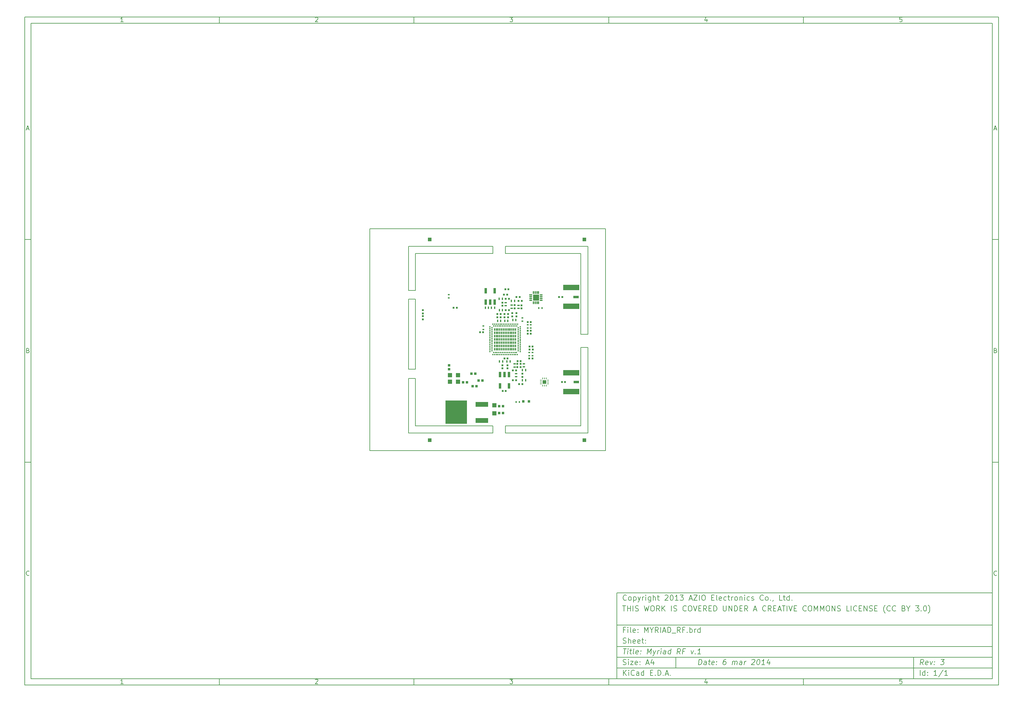
<source format=gtp>
G04 (created by PCBNEW (2013-05-31 BZR 4019)-stable) date 06/03/2014 18:54:47*
%MOIN*%
G04 Gerber Fmt 3.4, Leading zero omitted, Abs format*
%FSLAX34Y34*%
G01*
G70*
G90*
G04 APERTURE LIST*
%ADD10C,0.00590551*%
%ADD11C,0.0077*%
%ADD12R,0.0392X0.0392*%
%ADD13R,0.0472X0.051*%
%ADD14R,0.051X0.0472*%
%ADD15R,0.0195X0.0175*%
%ADD16R,0.0175X0.0195*%
%ADD17R,0.0259X0.014*%
%ADD18R,0.014X0.0259*%
%ADD19R,0.0275X0.0314*%
%ADD20R,0.0314X0.0275*%
%ADD21R,0.0195X0.0195*%
%ADD22R,0.1417X0.055*%
%ADD23R,0.244X0.2598*%
%ADD24R,0.0314X0.0314*%
%ADD25R,0.1849X0.0589*%
%ADD26R,0.0589X0.0275*%
%ADD27R,0.0299X0.0649*%
%ADD28R,0.0669X0.0669*%
%ADD29O,0.0117X0.0335*%
%ADD30O,0.0122X0.0335*%
%ADD31O,0.0118X0.0335*%
%ADD32O,0.0335X0.0118*%
%ADD33R,0.0335X0.0118*%
%ADD34O,0.0335X0.0122*%
%ADD35R,0.0117X0.0275*%
%ADD36R,0.0117X0.0117*%
%ADD37R,0.0117X0.0177*%
%ADD38R,0.0177X0.0117*%
%ADD39R,0.00984252X0.0216535*%
%ADD40R,0.0216535X0.00984252*%
%ADD41R,0.0433071X0.0433071*%
G04 APERTURE END LIST*
G54D10*
X4000Y-4000D02*
X112930Y-4000D01*
X112930Y-78680D01*
X4000Y-78680D01*
X4000Y-4000D01*
X4700Y-4700D02*
X112230Y-4700D01*
X112230Y-77980D01*
X4700Y-77980D01*
X4700Y-4700D01*
X25780Y-4000D02*
X25780Y-4700D01*
X15032Y-4552D02*
X14747Y-4552D01*
X14890Y-4552D02*
X14890Y-4052D01*
X14842Y-4123D01*
X14794Y-4171D01*
X14747Y-4195D01*
X25780Y-78680D02*
X25780Y-77980D01*
X15032Y-78532D02*
X14747Y-78532D01*
X14890Y-78532D02*
X14890Y-78032D01*
X14842Y-78103D01*
X14794Y-78151D01*
X14747Y-78175D01*
X47560Y-4000D02*
X47560Y-4700D01*
X36527Y-4100D02*
X36550Y-4076D01*
X36598Y-4052D01*
X36717Y-4052D01*
X36765Y-4076D01*
X36789Y-4100D01*
X36812Y-4147D01*
X36812Y-4195D01*
X36789Y-4266D01*
X36503Y-4552D01*
X36812Y-4552D01*
X47560Y-78680D02*
X47560Y-77980D01*
X36527Y-78080D02*
X36550Y-78056D01*
X36598Y-78032D01*
X36717Y-78032D01*
X36765Y-78056D01*
X36789Y-78080D01*
X36812Y-78127D01*
X36812Y-78175D01*
X36789Y-78246D01*
X36503Y-78532D01*
X36812Y-78532D01*
X69340Y-4000D02*
X69340Y-4700D01*
X58283Y-4052D02*
X58592Y-4052D01*
X58426Y-4242D01*
X58497Y-4242D01*
X58545Y-4266D01*
X58569Y-4290D01*
X58592Y-4338D01*
X58592Y-4457D01*
X58569Y-4504D01*
X58545Y-4528D01*
X58497Y-4552D01*
X58354Y-4552D01*
X58307Y-4528D01*
X58283Y-4504D01*
X69340Y-78680D02*
X69340Y-77980D01*
X58283Y-78032D02*
X58592Y-78032D01*
X58426Y-78222D01*
X58497Y-78222D01*
X58545Y-78246D01*
X58569Y-78270D01*
X58592Y-78318D01*
X58592Y-78437D01*
X58569Y-78484D01*
X58545Y-78508D01*
X58497Y-78532D01*
X58354Y-78532D01*
X58307Y-78508D01*
X58283Y-78484D01*
X91120Y-4000D02*
X91120Y-4700D01*
X80325Y-4219D02*
X80325Y-4552D01*
X80206Y-4028D02*
X80087Y-4385D01*
X80396Y-4385D01*
X91120Y-78680D02*
X91120Y-77980D01*
X80325Y-78199D02*
X80325Y-78532D01*
X80206Y-78008D02*
X80087Y-78365D01*
X80396Y-78365D01*
X102129Y-4052D02*
X101890Y-4052D01*
X101867Y-4290D01*
X101890Y-4266D01*
X101938Y-4242D01*
X102057Y-4242D01*
X102105Y-4266D01*
X102129Y-4290D01*
X102152Y-4338D01*
X102152Y-4457D01*
X102129Y-4504D01*
X102105Y-4528D01*
X102057Y-4552D01*
X101938Y-4552D01*
X101890Y-4528D01*
X101867Y-4504D01*
X102129Y-78032D02*
X101890Y-78032D01*
X101867Y-78270D01*
X101890Y-78246D01*
X101938Y-78222D01*
X102057Y-78222D01*
X102105Y-78246D01*
X102129Y-78270D01*
X102152Y-78318D01*
X102152Y-78437D01*
X102129Y-78484D01*
X102105Y-78508D01*
X102057Y-78532D01*
X101938Y-78532D01*
X101890Y-78508D01*
X101867Y-78484D01*
X4000Y-28890D02*
X4700Y-28890D01*
X4230Y-16509D02*
X4469Y-16509D01*
X4183Y-16652D02*
X4350Y-16152D01*
X4516Y-16652D01*
X112930Y-28890D02*
X112230Y-28890D01*
X112460Y-16509D02*
X112699Y-16509D01*
X112413Y-16652D02*
X112580Y-16152D01*
X112746Y-16652D01*
X4000Y-53780D02*
X4700Y-53780D01*
X4385Y-41280D02*
X4457Y-41304D01*
X4480Y-41328D01*
X4504Y-41375D01*
X4504Y-41447D01*
X4480Y-41494D01*
X4457Y-41518D01*
X4409Y-41542D01*
X4219Y-41542D01*
X4219Y-41042D01*
X4385Y-41042D01*
X4433Y-41066D01*
X4457Y-41090D01*
X4480Y-41137D01*
X4480Y-41185D01*
X4457Y-41232D01*
X4433Y-41256D01*
X4385Y-41280D01*
X4219Y-41280D01*
X112930Y-53780D02*
X112230Y-53780D01*
X112615Y-41280D02*
X112687Y-41304D01*
X112710Y-41328D01*
X112734Y-41375D01*
X112734Y-41447D01*
X112710Y-41494D01*
X112687Y-41518D01*
X112639Y-41542D01*
X112449Y-41542D01*
X112449Y-41042D01*
X112615Y-41042D01*
X112663Y-41066D01*
X112687Y-41090D01*
X112710Y-41137D01*
X112710Y-41185D01*
X112687Y-41232D01*
X112663Y-41256D01*
X112615Y-41280D01*
X112449Y-41280D01*
X4504Y-66384D02*
X4480Y-66408D01*
X4409Y-66432D01*
X4361Y-66432D01*
X4290Y-66408D01*
X4242Y-66360D01*
X4219Y-66313D01*
X4195Y-66218D01*
X4195Y-66146D01*
X4219Y-66051D01*
X4242Y-66003D01*
X4290Y-65956D01*
X4361Y-65932D01*
X4409Y-65932D01*
X4480Y-65956D01*
X4504Y-65980D01*
X112734Y-66384D02*
X112710Y-66408D01*
X112639Y-66432D01*
X112591Y-66432D01*
X112520Y-66408D01*
X112472Y-66360D01*
X112449Y-66313D01*
X112425Y-66218D01*
X112425Y-66146D01*
X112449Y-66051D01*
X112472Y-66003D01*
X112520Y-65956D01*
X112591Y-65932D01*
X112639Y-65932D01*
X112710Y-65956D01*
X112734Y-65980D01*
X79380Y-76422D02*
X79455Y-75822D01*
X79597Y-75822D01*
X79680Y-75851D01*
X79730Y-75908D01*
X79751Y-75965D01*
X79765Y-76080D01*
X79755Y-76165D01*
X79712Y-76280D01*
X79676Y-76337D01*
X79612Y-76394D01*
X79522Y-76422D01*
X79380Y-76422D01*
X80237Y-76422D02*
X80276Y-76108D01*
X80255Y-76051D01*
X80201Y-76022D01*
X80087Y-76022D01*
X80026Y-76051D01*
X80240Y-76394D02*
X80180Y-76422D01*
X80037Y-76422D01*
X79983Y-76394D01*
X79962Y-76337D01*
X79969Y-76280D01*
X80005Y-76222D01*
X80065Y-76194D01*
X80208Y-76194D01*
X80269Y-76165D01*
X80487Y-76022D02*
X80715Y-76022D01*
X80597Y-75822D02*
X80533Y-76337D01*
X80555Y-76394D01*
X80608Y-76422D01*
X80665Y-76422D01*
X81097Y-76394D02*
X81037Y-76422D01*
X80922Y-76422D01*
X80869Y-76394D01*
X80847Y-76337D01*
X80876Y-76108D01*
X80912Y-76051D01*
X80972Y-76022D01*
X81087Y-76022D01*
X81140Y-76051D01*
X81162Y-76108D01*
X81155Y-76165D01*
X80862Y-76222D01*
X81387Y-76365D02*
X81412Y-76394D01*
X81380Y-76422D01*
X81355Y-76394D01*
X81387Y-76365D01*
X81380Y-76422D01*
X81426Y-76051D02*
X81451Y-76080D01*
X81419Y-76108D01*
X81394Y-76080D01*
X81426Y-76051D01*
X81419Y-76108D01*
X82455Y-75822D02*
X82340Y-75822D01*
X82279Y-75851D01*
X82247Y-75880D01*
X82180Y-75965D01*
X82137Y-76080D01*
X82108Y-76308D01*
X82130Y-76365D01*
X82155Y-76394D01*
X82208Y-76422D01*
X82322Y-76422D01*
X82383Y-76394D01*
X82415Y-76365D01*
X82451Y-76308D01*
X82469Y-76165D01*
X82447Y-76108D01*
X82422Y-76080D01*
X82369Y-76051D01*
X82254Y-76051D01*
X82194Y-76080D01*
X82162Y-76108D01*
X82126Y-76165D01*
X83151Y-76422D02*
X83201Y-76022D01*
X83194Y-76080D02*
X83226Y-76051D01*
X83287Y-76022D01*
X83372Y-76022D01*
X83426Y-76051D01*
X83447Y-76108D01*
X83408Y-76422D01*
X83447Y-76108D02*
X83483Y-76051D01*
X83544Y-76022D01*
X83630Y-76022D01*
X83683Y-76051D01*
X83705Y-76108D01*
X83665Y-76422D01*
X84208Y-76422D02*
X84247Y-76108D01*
X84226Y-76051D01*
X84172Y-76022D01*
X84058Y-76022D01*
X83997Y-76051D01*
X84212Y-76394D02*
X84151Y-76422D01*
X84008Y-76422D01*
X83955Y-76394D01*
X83933Y-76337D01*
X83940Y-76280D01*
X83976Y-76222D01*
X84037Y-76194D01*
X84180Y-76194D01*
X84240Y-76165D01*
X84494Y-76422D02*
X84544Y-76022D01*
X84530Y-76137D02*
X84565Y-76080D01*
X84597Y-76051D01*
X84658Y-76022D01*
X84715Y-76022D01*
X85362Y-75880D02*
X85394Y-75851D01*
X85455Y-75822D01*
X85597Y-75822D01*
X85651Y-75851D01*
X85676Y-75880D01*
X85697Y-75937D01*
X85690Y-75994D01*
X85651Y-76080D01*
X85265Y-76422D01*
X85637Y-76422D01*
X86083Y-75822D02*
X86140Y-75822D01*
X86194Y-75851D01*
X86219Y-75880D01*
X86240Y-75937D01*
X86255Y-76051D01*
X86237Y-76194D01*
X86194Y-76308D01*
X86158Y-76365D01*
X86126Y-76394D01*
X86065Y-76422D01*
X86008Y-76422D01*
X85955Y-76394D01*
X85930Y-76365D01*
X85908Y-76308D01*
X85894Y-76194D01*
X85912Y-76051D01*
X85955Y-75937D01*
X85990Y-75880D01*
X86022Y-75851D01*
X86083Y-75822D01*
X86780Y-76422D02*
X86437Y-76422D01*
X86608Y-76422D02*
X86683Y-75822D01*
X86615Y-75908D01*
X86551Y-75965D01*
X86490Y-75994D01*
X87344Y-76022D02*
X87294Y-76422D01*
X87230Y-75794D02*
X87033Y-76222D01*
X87405Y-76222D01*
X70972Y-77622D02*
X70972Y-77022D01*
X71315Y-77622D02*
X71058Y-77280D01*
X71315Y-77022D02*
X70972Y-77365D01*
X71572Y-77622D02*
X71572Y-77222D01*
X71572Y-77022D02*
X71544Y-77051D01*
X71572Y-77080D01*
X71601Y-77051D01*
X71572Y-77022D01*
X71572Y-77080D01*
X72201Y-77565D02*
X72172Y-77594D01*
X72087Y-77622D01*
X72030Y-77622D01*
X71944Y-77594D01*
X71887Y-77537D01*
X71858Y-77480D01*
X71830Y-77365D01*
X71830Y-77280D01*
X71858Y-77165D01*
X71887Y-77108D01*
X71944Y-77051D01*
X72030Y-77022D01*
X72087Y-77022D01*
X72172Y-77051D01*
X72201Y-77080D01*
X72715Y-77622D02*
X72715Y-77308D01*
X72687Y-77251D01*
X72630Y-77222D01*
X72515Y-77222D01*
X72458Y-77251D01*
X72715Y-77594D02*
X72658Y-77622D01*
X72515Y-77622D01*
X72458Y-77594D01*
X72430Y-77537D01*
X72430Y-77480D01*
X72458Y-77422D01*
X72515Y-77394D01*
X72658Y-77394D01*
X72715Y-77365D01*
X73258Y-77622D02*
X73258Y-77022D01*
X73258Y-77594D02*
X73201Y-77622D01*
X73087Y-77622D01*
X73030Y-77594D01*
X73001Y-77565D01*
X72972Y-77508D01*
X72972Y-77337D01*
X73001Y-77280D01*
X73030Y-77251D01*
X73087Y-77222D01*
X73201Y-77222D01*
X73258Y-77251D01*
X74001Y-77308D02*
X74201Y-77308D01*
X74287Y-77622D02*
X74001Y-77622D01*
X74001Y-77022D01*
X74287Y-77022D01*
X74544Y-77565D02*
X74572Y-77594D01*
X74544Y-77622D01*
X74515Y-77594D01*
X74544Y-77565D01*
X74544Y-77622D01*
X74829Y-77622D02*
X74829Y-77022D01*
X74972Y-77022D01*
X75058Y-77051D01*
X75115Y-77108D01*
X75144Y-77165D01*
X75172Y-77280D01*
X75172Y-77365D01*
X75144Y-77480D01*
X75115Y-77537D01*
X75058Y-77594D01*
X74972Y-77622D01*
X74829Y-77622D01*
X75429Y-77565D02*
X75458Y-77594D01*
X75429Y-77622D01*
X75401Y-77594D01*
X75429Y-77565D01*
X75429Y-77622D01*
X75687Y-77451D02*
X75972Y-77451D01*
X75629Y-77622D02*
X75829Y-77022D01*
X76029Y-77622D01*
X76229Y-77565D02*
X76258Y-77594D01*
X76229Y-77622D01*
X76201Y-77594D01*
X76229Y-77565D01*
X76229Y-77622D01*
X104522Y-76422D02*
X104358Y-76137D01*
X104180Y-76422D02*
X104255Y-75822D01*
X104483Y-75822D01*
X104537Y-75851D01*
X104562Y-75880D01*
X104583Y-75937D01*
X104572Y-76022D01*
X104537Y-76080D01*
X104505Y-76108D01*
X104444Y-76137D01*
X104215Y-76137D01*
X105012Y-76394D02*
X104951Y-76422D01*
X104837Y-76422D01*
X104783Y-76394D01*
X104762Y-76337D01*
X104790Y-76108D01*
X104826Y-76051D01*
X104887Y-76022D01*
X105001Y-76022D01*
X105055Y-76051D01*
X105076Y-76108D01*
X105069Y-76165D01*
X104776Y-76222D01*
X105287Y-76022D02*
X105380Y-76422D01*
X105572Y-76022D01*
X105758Y-76365D02*
X105783Y-76394D01*
X105751Y-76422D01*
X105726Y-76394D01*
X105758Y-76365D01*
X105751Y-76422D01*
X105797Y-76051D02*
X105822Y-76080D01*
X105790Y-76108D01*
X105765Y-76080D01*
X105797Y-76051D01*
X105790Y-76108D01*
X106512Y-75822D02*
X106883Y-75822D01*
X106655Y-76051D01*
X106740Y-76051D01*
X106794Y-76080D01*
X106819Y-76108D01*
X106840Y-76165D01*
X106822Y-76308D01*
X106787Y-76365D01*
X106755Y-76394D01*
X106694Y-76422D01*
X106522Y-76422D01*
X106469Y-76394D01*
X106444Y-76365D01*
X70944Y-76394D02*
X71030Y-76422D01*
X71172Y-76422D01*
X71230Y-76394D01*
X71258Y-76365D01*
X71287Y-76308D01*
X71287Y-76251D01*
X71258Y-76194D01*
X71230Y-76165D01*
X71172Y-76137D01*
X71058Y-76108D01*
X71001Y-76080D01*
X70972Y-76051D01*
X70944Y-75994D01*
X70944Y-75937D01*
X70972Y-75880D01*
X71001Y-75851D01*
X71058Y-75822D01*
X71201Y-75822D01*
X71287Y-75851D01*
X71544Y-76422D02*
X71544Y-76022D01*
X71544Y-75822D02*
X71515Y-75851D01*
X71544Y-75880D01*
X71572Y-75851D01*
X71544Y-75822D01*
X71544Y-75880D01*
X71772Y-76022D02*
X72087Y-76022D01*
X71772Y-76422D01*
X72087Y-76422D01*
X72544Y-76394D02*
X72487Y-76422D01*
X72372Y-76422D01*
X72315Y-76394D01*
X72287Y-76337D01*
X72287Y-76108D01*
X72315Y-76051D01*
X72372Y-76022D01*
X72487Y-76022D01*
X72544Y-76051D01*
X72572Y-76108D01*
X72572Y-76165D01*
X72287Y-76222D01*
X72830Y-76365D02*
X72858Y-76394D01*
X72830Y-76422D01*
X72801Y-76394D01*
X72830Y-76365D01*
X72830Y-76422D01*
X72830Y-76051D02*
X72858Y-76080D01*
X72830Y-76108D01*
X72801Y-76080D01*
X72830Y-76051D01*
X72830Y-76108D01*
X73544Y-76251D02*
X73830Y-76251D01*
X73487Y-76422D02*
X73687Y-75822D01*
X73887Y-76422D01*
X74344Y-76022D02*
X74344Y-76422D01*
X74201Y-75794D02*
X74058Y-76222D01*
X74430Y-76222D01*
X104172Y-77622D02*
X104172Y-77022D01*
X104715Y-77622D02*
X104715Y-77022D01*
X104715Y-77594D02*
X104658Y-77622D01*
X104544Y-77622D01*
X104487Y-77594D01*
X104458Y-77565D01*
X104430Y-77508D01*
X104430Y-77337D01*
X104458Y-77280D01*
X104487Y-77251D01*
X104544Y-77222D01*
X104658Y-77222D01*
X104715Y-77251D01*
X105001Y-77565D02*
X105030Y-77594D01*
X105001Y-77622D01*
X104972Y-77594D01*
X105001Y-77565D01*
X105001Y-77622D01*
X105001Y-77251D02*
X105030Y-77280D01*
X105001Y-77308D01*
X104972Y-77280D01*
X105001Y-77251D01*
X105001Y-77308D01*
X106058Y-77622D02*
X105715Y-77622D01*
X105887Y-77622D02*
X105887Y-77022D01*
X105829Y-77108D01*
X105772Y-77165D01*
X105715Y-77194D01*
X106744Y-76994D02*
X106230Y-77765D01*
X107258Y-77622D02*
X106915Y-77622D01*
X107087Y-77622D02*
X107087Y-77022D01*
X107029Y-77108D01*
X106972Y-77165D01*
X106915Y-77194D01*
X70969Y-74622D02*
X71312Y-74622D01*
X71065Y-75222D02*
X71140Y-74622D01*
X71437Y-75222D02*
X71487Y-74822D01*
X71512Y-74622D02*
X71480Y-74651D01*
X71505Y-74680D01*
X71537Y-74651D01*
X71512Y-74622D01*
X71505Y-74680D01*
X71687Y-74822D02*
X71915Y-74822D01*
X71797Y-74622D02*
X71733Y-75137D01*
X71755Y-75194D01*
X71808Y-75222D01*
X71865Y-75222D01*
X72151Y-75222D02*
X72097Y-75194D01*
X72076Y-75137D01*
X72140Y-74622D01*
X72612Y-75194D02*
X72551Y-75222D01*
X72437Y-75222D01*
X72383Y-75194D01*
X72362Y-75137D01*
X72390Y-74908D01*
X72426Y-74851D01*
X72487Y-74822D01*
X72601Y-74822D01*
X72655Y-74851D01*
X72676Y-74908D01*
X72669Y-74965D01*
X72376Y-75022D01*
X72901Y-75165D02*
X72926Y-75194D01*
X72894Y-75222D01*
X72869Y-75194D01*
X72901Y-75165D01*
X72894Y-75222D01*
X72940Y-74851D02*
X72965Y-74880D01*
X72933Y-74908D01*
X72908Y-74880D01*
X72940Y-74851D01*
X72933Y-74908D01*
X73637Y-75222D02*
X73712Y-74622D01*
X73858Y-75051D01*
X74112Y-74622D01*
X74037Y-75222D01*
X74315Y-74822D02*
X74408Y-75222D01*
X74601Y-74822D02*
X74408Y-75222D01*
X74333Y-75365D01*
X74301Y-75394D01*
X74240Y-75422D01*
X74780Y-75222D02*
X74830Y-74822D01*
X74815Y-74937D02*
X74851Y-74880D01*
X74883Y-74851D01*
X74944Y-74822D01*
X75001Y-74822D01*
X75151Y-75222D02*
X75201Y-74822D01*
X75226Y-74622D02*
X75194Y-74651D01*
X75219Y-74680D01*
X75251Y-74651D01*
X75226Y-74622D01*
X75219Y-74680D01*
X75694Y-75222D02*
X75733Y-74908D01*
X75712Y-74851D01*
X75658Y-74822D01*
X75544Y-74822D01*
X75483Y-74851D01*
X75697Y-75194D02*
X75637Y-75222D01*
X75494Y-75222D01*
X75440Y-75194D01*
X75419Y-75137D01*
X75426Y-75080D01*
X75462Y-75022D01*
X75522Y-74994D01*
X75665Y-74994D01*
X75726Y-74965D01*
X76237Y-75222D02*
X76312Y-74622D01*
X76240Y-75194D02*
X76180Y-75222D01*
X76065Y-75222D01*
X76012Y-75194D01*
X75987Y-75165D01*
X75965Y-75108D01*
X75987Y-74937D01*
X76022Y-74880D01*
X76055Y-74851D01*
X76115Y-74822D01*
X76230Y-74822D01*
X76283Y-74851D01*
X77322Y-75222D02*
X77158Y-74937D01*
X76980Y-75222D02*
X77055Y-74622D01*
X77283Y-74622D01*
X77337Y-74651D01*
X77362Y-74680D01*
X77383Y-74737D01*
X77372Y-74822D01*
X77337Y-74880D01*
X77305Y-74908D01*
X77244Y-74937D01*
X77015Y-74937D01*
X77819Y-74908D02*
X77619Y-74908D01*
X77580Y-75222D02*
X77655Y-74622D01*
X77940Y-74622D01*
X78544Y-74822D02*
X78637Y-75222D01*
X78830Y-74822D01*
X79015Y-75165D02*
X79040Y-75194D01*
X79008Y-75222D01*
X78983Y-75194D01*
X79015Y-75165D01*
X79008Y-75222D01*
X79608Y-75222D02*
X79265Y-75222D01*
X79437Y-75222D02*
X79512Y-74622D01*
X79444Y-74708D01*
X79380Y-74765D01*
X79319Y-74794D01*
X71172Y-72508D02*
X70972Y-72508D01*
X70972Y-72822D02*
X70972Y-72222D01*
X71258Y-72222D01*
X71487Y-72822D02*
X71487Y-72422D01*
X71487Y-72222D02*
X71458Y-72251D01*
X71487Y-72280D01*
X71515Y-72251D01*
X71487Y-72222D01*
X71487Y-72280D01*
X71858Y-72822D02*
X71801Y-72794D01*
X71772Y-72737D01*
X71772Y-72222D01*
X72315Y-72794D02*
X72258Y-72822D01*
X72144Y-72822D01*
X72087Y-72794D01*
X72058Y-72737D01*
X72058Y-72508D01*
X72087Y-72451D01*
X72144Y-72422D01*
X72258Y-72422D01*
X72315Y-72451D01*
X72344Y-72508D01*
X72344Y-72565D01*
X72058Y-72622D01*
X72601Y-72765D02*
X72630Y-72794D01*
X72601Y-72822D01*
X72572Y-72794D01*
X72601Y-72765D01*
X72601Y-72822D01*
X72601Y-72451D02*
X72630Y-72480D01*
X72601Y-72508D01*
X72572Y-72480D01*
X72601Y-72451D01*
X72601Y-72508D01*
X73344Y-72822D02*
X73344Y-72222D01*
X73544Y-72651D01*
X73744Y-72222D01*
X73744Y-72822D01*
X74144Y-72537D02*
X74144Y-72822D01*
X73944Y-72222D02*
X74144Y-72537D01*
X74344Y-72222D01*
X74887Y-72822D02*
X74687Y-72537D01*
X74544Y-72822D02*
X74544Y-72222D01*
X74772Y-72222D01*
X74830Y-72251D01*
X74858Y-72280D01*
X74887Y-72337D01*
X74887Y-72422D01*
X74858Y-72480D01*
X74830Y-72508D01*
X74772Y-72537D01*
X74544Y-72537D01*
X75144Y-72822D02*
X75144Y-72222D01*
X75401Y-72651D02*
X75687Y-72651D01*
X75344Y-72822D02*
X75544Y-72222D01*
X75744Y-72822D01*
X75944Y-72822D02*
X75944Y-72222D01*
X76087Y-72222D01*
X76172Y-72251D01*
X76230Y-72308D01*
X76258Y-72365D01*
X76287Y-72480D01*
X76287Y-72565D01*
X76258Y-72680D01*
X76230Y-72737D01*
X76172Y-72794D01*
X76087Y-72822D01*
X75944Y-72822D01*
X76401Y-72880D02*
X76858Y-72880D01*
X77344Y-72822D02*
X77144Y-72537D01*
X77001Y-72822D02*
X77001Y-72222D01*
X77230Y-72222D01*
X77287Y-72251D01*
X77315Y-72280D01*
X77344Y-72337D01*
X77344Y-72422D01*
X77315Y-72480D01*
X77287Y-72508D01*
X77230Y-72537D01*
X77001Y-72537D01*
X77801Y-72508D02*
X77601Y-72508D01*
X77601Y-72822D02*
X77601Y-72222D01*
X77887Y-72222D01*
X78115Y-72765D02*
X78144Y-72794D01*
X78115Y-72822D01*
X78087Y-72794D01*
X78115Y-72765D01*
X78115Y-72822D01*
X78401Y-72822D02*
X78401Y-72222D01*
X78401Y-72451D02*
X78458Y-72422D01*
X78572Y-72422D01*
X78630Y-72451D01*
X78658Y-72480D01*
X78687Y-72537D01*
X78687Y-72708D01*
X78658Y-72765D01*
X78630Y-72794D01*
X78572Y-72822D01*
X78458Y-72822D01*
X78401Y-72794D01*
X78944Y-72822D02*
X78944Y-72422D01*
X78944Y-72537D02*
X78972Y-72480D01*
X79001Y-72451D01*
X79058Y-72422D01*
X79115Y-72422D01*
X79572Y-72822D02*
X79572Y-72222D01*
X79572Y-72794D02*
X79515Y-72822D01*
X79401Y-72822D01*
X79344Y-72794D01*
X79315Y-72765D01*
X79287Y-72708D01*
X79287Y-72537D01*
X79315Y-72480D01*
X79344Y-72451D01*
X79401Y-72422D01*
X79515Y-72422D01*
X79572Y-72451D01*
X70944Y-73994D02*
X71030Y-74022D01*
X71172Y-74022D01*
X71230Y-73994D01*
X71258Y-73965D01*
X71287Y-73908D01*
X71287Y-73851D01*
X71258Y-73794D01*
X71230Y-73765D01*
X71172Y-73737D01*
X71058Y-73708D01*
X71001Y-73680D01*
X70972Y-73651D01*
X70944Y-73594D01*
X70944Y-73537D01*
X70972Y-73480D01*
X71001Y-73451D01*
X71058Y-73422D01*
X71201Y-73422D01*
X71287Y-73451D01*
X71544Y-74022D02*
X71544Y-73422D01*
X71801Y-74022D02*
X71801Y-73708D01*
X71772Y-73651D01*
X71715Y-73622D01*
X71630Y-73622D01*
X71572Y-73651D01*
X71544Y-73680D01*
X72315Y-73994D02*
X72258Y-74022D01*
X72144Y-74022D01*
X72087Y-73994D01*
X72058Y-73937D01*
X72058Y-73708D01*
X72087Y-73651D01*
X72144Y-73622D01*
X72258Y-73622D01*
X72315Y-73651D01*
X72344Y-73708D01*
X72344Y-73765D01*
X72058Y-73822D01*
X72830Y-73994D02*
X72772Y-74022D01*
X72658Y-74022D01*
X72601Y-73994D01*
X72572Y-73937D01*
X72572Y-73708D01*
X72601Y-73651D01*
X72658Y-73622D01*
X72772Y-73622D01*
X72830Y-73651D01*
X72858Y-73708D01*
X72858Y-73765D01*
X72572Y-73822D01*
X73030Y-73622D02*
X73258Y-73622D01*
X73115Y-73422D02*
X73115Y-73937D01*
X73144Y-73994D01*
X73201Y-74022D01*
X73258Y-74022D01*
X73458Y-73965D02*
X73487Y-73994D01*
X73458Y-74022D01*
X73430Y-73994D01*
X73458Y-73965D01*
X73458Y-74022D01*
X73458Y-73651D02*
X73487Y-73680D01*
X73458Y-73708D01*
X73430Y-73680D01*
X73458Y-73651D01*
X73458Y-73708D01*
X70887Y-69822D02*
X71230Y-69822D01*
X71058Y-70422D02*
X71058Y-69822D01*
X71430Y-70422D02*
X71430Y-69822D01*
X71430Y-70108D02*
X71772Y-70108D01*
X71772Y-70422D02*
X71772Y-69822D01*
X72058Y-70422D02*
X72058Y-69822D01*
X72315Y-70394D02*
X72401Y-70422D01*
X72544Y-70422D01*
X72601Y-70394D01*
X72629Y-70365D01*
X72658Y-70308D01*
X72658Y-70251D01*
X72629Y-70194D01*
X72601Y-70165D01*
X72544Y-70137D01*
X72429Y-70108D01*
X72372Y-70080D01*
X72344Y-70051D01*
X72315Y-69994D01*
X72315Y-69937D01*
X72344Y-69880D01*
X72372Y-69851D01*
X72429Y-69822D01*
X72572Y-69822D01*
X72658Y-69851D01*
X73315Y-69822D02*
X73458Y-70422D01*
X73572Y-69994D01*
X73687Y-70422D01*
X73830Y-69822D01*
X74172Y-69822D02*
X74287Y-69822D01*
X74344Y-69851D01*
X74401Y-69908D01*
X74430Y-70022D01*
X74430Y-70222D01*
X74401Y-70337D01*
X74344Y-70394D01*
X74287Y-70422D01*
X74172Y-70422D01*
X74115Y-70394D01*
X74058Y-70337D01*
X74030Y-70222D01*
X74030Y-70022D01*
X74058Y-69908D01*
X74115Y-69851D01*
X74172Y-69822D01*
X75029Y-70422D02*
X74829Y-70137D01*
X74687Y-70422D02*
X74687Y-69822D01*
X74915Y-69822D01*
X74972Y-69851D01*
X75001Y-69880D01*
X75029Y-69937D01*
X75029Y-70022D01*
X75001Y-70080D01*
X74972Y-70108D01*
X74915Y-70137D01*
X74687Y-70137D01*
X75287Y-70422D02*
X75287Y-69822D01*
X75629Y-70422D02*
X75372Y-70080D01*
X75629Y-69822D02*
X75287Y-70165D01*
X76344Y-70422D02*
X76344Y-69822D01*
X76601Y-70394D02*
X76687Y-70422D01*
X76829Y-70422D01*
X76887Y-70394D01*
X76915Y-70365D01*
X76944Y-70308D01*
X76944Y-70251D01*
X76915Y-70194D01*
X76887Y-70165D01*
X76829Y-70137D01*
X76715Y-70108D01*
X76658Y-70080D01*
X76629Y-70051D01*
X76601Y-69994D01*
X76601Y-69937D01*
X76629Y-69880D01*
X76658Y-69851D01*
X76715Y-69822D01*
X76858Y-69822D01*
X76944Y-69851D01*
X78001Y-70365D02*
X77972Y-70394D01*
X77887Y-70422D01*
X77830Y-70422D01*
X77744Y-70394D01*
X77687Y-70337D01*
X77658Y-70280D01*
X77630Y-70165D01*
X77630Y-70080D01*
X77658Y-69965D01*
X77687Y-69908D01*
X77744Y-69851D01*
X77830Y-69822D01*
X77887Y-69822D01*
X77972Y-69851D01*
X78001Y-69880D01*
X78372Y-69822D02*
X78487Y-69822D01*
X78544Y-69851D01*
X78601Y-69908D01*
X78630Y-70022D01*
X78630Y-70222D01*
X78601Y-70337D01*
X78544Y-70394D01*
X78487Y-70422D01*
X78372Y-70422D01*
X78315Y-70394D01*
X78258Y-70337D01*
X78230Y-70222D01*
X78230Y-70022D01*
X78258Y-69908D01*
X78315Y-69851D01*
X78372Y-69822D01*
X78801Y-69822D02*
X79001Y-70422D01*
X79201Y-69822D01*
X79401Y-70108D02*
X79601Y-70108D01*
X79687Y-70422D02*
X79401Y-70422D01*
X79401Y-69822D01*
X79687Y-69822D01*
X80287Y-70422D02*
X80087Y-70137D01*
X79944Y-70422D02*
X79944Y-69822D01*
X80172Y-69822D01*
X80229Y-69851D01*
X80258Y-69880D01*
X80287Y-69937D01*
X80287Y-70022D01*
X80258Y-70080D01*
X80229Y-70108D01*
X80172Y-70137D01*
X79944Y-70137D01*
X80544Y-70108D02*
X80744Y-70108D01*
X80829Y-70422D02*
X80544Y-70422D01*
X80544Y-69822D01*
X80829Y-69822D01*
X81087Y-70422D02*
X81087Y-69822D01*
X81229Y-69822D01*
X81315Y-69851D01*
X81372Y-69908D01*
X81401Y-69965D01*
X81429Y-70080D01*
X81429Y-70165D01*
X81401Y-70280D01*
X81372Y-70337D01*
X81315Y-70394D01*
X81229Y-70422D01*
X81087Y-70422D01*
X82144Y-69822D02*
X82144Y-70308D01*
X82172Y-70365D01*
X82201Y-70394D01*
X82258Y-70422D01*
X82372Y-70422D01*
X82429Y-70394D01*
X82458Y-70365D01*
X82487Y-70308D01*
X82487Y-69822D01*
X82772Y-70422D02*
X82772Y-69822D01*
X83115Y-70422D01*
X83115Y-69822D01*
X83401Y-70422D02*
X83401Y-69822D01*
X83544Y-69822D01*
X83629Y-69851D01*
X83687Y-69908D01*
X83715Y-69965D01*
X83744Y-70080D01*
X83744Y-70165D01*
X83715Y-70280D01*
X83687Y-70337D01*
X83629Y-70394D01*
X83544Y-70422D01*
X83401Y-70422D01*
X84001Y-70108D02*
X84201Y-70108D01*
X84287Y-70422D02*
X84001Y-70422D01*
X84001Y-69822D01*
X84287Y-69822D01*
X84887Y-70422D02*
X84687Y-70137D01*
X84544Y-70422D02*
X84544Y-69822D01*
X84772Y-69822D01*
X84829Y-69851D01*
X84858Y-69880D01*
X84887Y-69937D01*
X84887Y-70022D01*
X84858Y-70080D01*
X84829Y-70108D01*
X84772Y-70137D01*
X84544Y-70137D01*
X85572Y-70251D02*
X85858Y-70251D01*
X85515Y-70422D02*
X85715Y-69822D01*
X85915Y-70422D01*
X86915Y-70365D02*
X86887Y-70394D01*
X86801Y-70422D01*
X86744Y-70422D01*
X86658Y-70394D01*
X86601Y-70337D01*
X86572Y-70280D01*
X86544Y-70165D01*
X86544Y-70080D01*
X86572Y-69965D01*
X86601Y-69908D01*
X86658Y-69851D01*
X86744Y-69822D01*
X86801Y-69822D01*
X86887Y-69851D01*
X86915Y-69880D01*
X87515Y-70422D02*
X87315Y-70137D01*
X87172Y-70422D02*
X87172Y-69822D01*
X87401Y-69822D01*
X87458Y-69851D01*
X87487Y-69880D01*
X87515Y-69937D01*
X87515Y-70022D01*
X87487Y-70080D01*
X87458Y-70108D01*
X87401Y-70137D01*
X87172Y-70137D01*
X87772Y-70108D02*
X87972Y-70108D01*
X88058Y-70422D02*
X87772Y-70422D01*
X87772Y-69822D01*
X88058Y-69822D01*
X88287Y-70251D02*
X88572Y-70251D01*
X88229Y-70422D02*
X88429Y-69822D01*
X88629Y-70422D01*
X88744Y-69822D02*
X89087Y-69822D01*
X88915Y-70422D02*
X88915Y-69822D01*
X89287Y-70422D02*
X89287Y-69822D01*
X89487Y-69822D02*
X89687Y-70422D01*
X89887Y-69822D01*
X90087Y-70108D02*
X90287Y-70108D01*
X90372Y-70422D02*
X90087Y-70422D01*
X90087Y-69822D01*
X90372Y-69822D01*
X91429Y-70365D02*
X91401Y-70394D01*
X91315Y-70422D01*
X91258Y-70422D01*
X91172Y-70394D01*
X91115Y-70337D01*
X91087Y-70280D01*
X91058Y-70165D01*
X91058Y-70080D01*
X91087Y-69965D01*
X91115Y-69908D01*
X91172Y-69851D01*
X91258Y-69822D01*
X91315Y-69822D01*
X91401Y-69851D01*
X91429Y-69880D01*
X91801Y-69822D02*
X91915Y-69822D01*
X91972Y-69851D01*
X92029Y-69908D01*
X92058Y-70022D01*
X92058Y-70222D01*
X92029Y-70337D01*
X91972Y-70394D01*
X91915Y-70422D01*
X91801Y-70422D01*
X91744Y-70394D01*
X91687Y-70337D01*
X91658Y-70222D01*
X91658Y-70022D01*
X91687Y-69908D01*
X91744Y-69851D01*
X91801Y-69822D01*
X92315Y-70422D02*
X92315Y-69822D01*
X92515Y-70251D01*
X92715Y-69822D01*
X92715Y-70422D01*
X93001Y-70422D02*
X93001Y-69822D01*
X93201Y-70251D01*
X93401Y-69822D01*
X93401Y-70422D01*
X93801Y-69822D02*
X93915Y-69822D01*
X93972Y-69851D01*
X94029Y-69908D01*
X94058Y-70022D01*
X94058Y-70222D01*
X94029Y-70337D01*
X93972Y-70394D01*
X93915Y-70422D01*
X93801Y-70422D01*
X93744Y-70394D01*
X93687Y-70337D01*
X93658Y-70222D01*
X93658Y-70022D01*
X93687Y-69908D01*
X93744Y-69851D01*
X93801Y-69822D01*
X94315Y-70422D02*
X94315Y-69822D01*
X94658Y-70422D01*
X94658Y-69822D01*
X94915Y-70394D02*
X95001Y-70422D01*
X95144Y-70422D01*
X95201Y-70394D01*
X95229Y-70365D01*
X95258Y-70308D01*
X95258Y-70251D01*
X95229Y-70194D01*
X95201Y-70165D01*
X95144Y-70137D01*
X95029Y-70108D01*
X94972Y-70080D01*
X94944Y-70051D01*
X94915Y-69994D01*
X94915Y-69937D01*
X94944Y-69880D01*
X94972Y-69851D01*
X95029Y-69822D01*
X95172Y-69822D01*
X95258Y-69851D01*
X96258Y-70422D02*
X95972Y-70422D01*
X95972Y-69822D01*
X96458Y-70422D02*
X96458Y-69822D01*
X97087Y-70365D02*
X97058Y-70394D01*
X96972Y-70422D01*
X96915Y-70422D01*
X96829Y-70394D01*
X96772Y-70337D01*
X96744Y-70280D01*
X96715Y-70165D01*
X96715Y-70080D01*
X96744Y-69965D01*
X96772Y-69908D01*
X96829Y-69851D01*
X96915Y-69822D01*
X96972Y-69822D01*
X97058Y-69851D01*
X97087Y-69880D01*
X97344Y-70108D02*
X97544Y-70108D01*
X97629Y-70422D02*
X97344Y-70422D01*
X97344Y-69822D01*
X97629Y-69822D01*
X97887Y-70422D02*
X97887Y-69822D01*
X98229Y-70422D01*
X98229Y-69822D01*
X98487Y-70394D02*
X98572Y-70422D01*
X98715Y-70422D01*
X98772Y-70394D01*
X98801Y-70365D01*
X98829Y-70308D01*
X98829Y-70251D01*
X98801Y-70194D01*
X98772Y-70165D01*
X98715Y-70137D01*
X98601Y-70108D01*
X98544Y-70080D01*
X98515Y-70051D01*
X98487Y-69994D01*
X98487Y-69937D01*
X98515Y-69880D01*
X98544Y-69851D01*
X98601Y-69822D01*
X98744Y-69822D01*
X98829Y-69851D01*
X99087Y-70108D02*
X99287Y-70108D01*
X99372Y-70422D02*
X99087Y-70422D01*
X99087Y-69822D01*
X99372Y-69822D01*
X100258Y-70651D02*
X100229Y-70622D01*
X100172Y-70537D01*
X100144Y-70480D01*
X100115Y-70394D01*
X100087Y-70251D01*
X100087Y-70137D01*
X100115Y-69994D01*
X100144Y-69908D01*
X100172Y-69851D01*
X100229Y-69765D01*
X100258Y-69737D01*
X100829Y-70365D02*
X100801Y-70394D01*
X100715Y-70422D01*
X100658Y-70422D01*
X100572Y-70394D01*
X100515Y-70337D01*
X100487Y-70280D01*
X100458Y-70165D01*
X100458Y-70080D01*
X100487Y-69965D01*
X100515Y-69908D01*
X100572Y-69851D01*
X100658Y-69822D01*
X100715Y-69822D01*
X100801Y-69851D01*
X100829Y-69880D01*
X101429Y-70365D02*
X101401Y-70394D01*
X101315Y-70422D01*
X101258Y-70422D01*
X101172Y-70394D01*
X101115Y-70337D01*
X101087Y-70280D01*
X101058Y-70165D01*
X101058Y-70080D01*
X101087Y-69965D01*
X101115Y-69908D01*
X101172Y-69851D01*
X101258Y-69822D01*
X101315Y-69822D01*
X101401Y-69851D01*
X101429Y-69880D01*
X102344Y-70108D02*
X102429Y-70137D01*
X102458Y-70165D01*
X102487Y-70222D01*
X102487Y-70308D01*
X102458Y-70365D01*
X102429Y-70394D01*
X102372Y-70422D01*
X102144Y-70422D01*
X102144Y-69822D01*
X102344Y-69822D01*
X102401Y-69851D01*
X102429Y-69880D01*
X102458Y-69937D01*
X102458Y-69994D01*
X102429Y-70051D01*
X102401Y-70080D01*
X102344Y-70108D01*
X102144Y-70108D01*
X102858Y-70137D02*
X102858Y-70422D01*
X102658Y-69822D02*
X102858Y-70137D01*
X103058Y-69822D01*
X103658Y-69822D02*
X104029Y-69822D01*
X103829Y-70051D01*
X103915Y-70051D01*
X103972Y-70080D01*
X104001Y-70108D01*
X104029Y-70165D01*
X104029Y-70308D01*
X104001Y-70365D01*
X103972Y-70394D01*
X103915Y-70422D01*
X103744Y-70422D01*
X103687Y-70394D01*
X103658Y-70365D01*
X104287Y-70365D02*
X104315Y-70394D01*
X104287Y-70422D01*
X104258Y-70394D01*
X104287Y-70365D01*
X104287Y-70422D01*
X104687Y-69822D02*
X104744Y-69822D01*
X104801Y-69851D01*
X104829Y-69880D01*
X104858Y-69937D01*
X104887Y-70051D01*
X104887Y-70194D01*
X104858Y-70308D01*
X104829Y-70365D01*
X104801Y-70394D01*
X104744Y-70422D01*
X104687Y-70422D01*
X104629Y-70394D01*
X104601Y-70365D01*
X104572Y-70308D01*
X104544Y-70194D01*
X104544Y-70051D01*
X104572Y-69937D01*
X104601Y-69880D01*
X104629Y-69851D01*
X104687Y-69822D01*
X105087Y-70651D02*
X105115Y-70622D01*
X105172Y-70537D01*
X105201Y-70480D01*
X105229Y-70394D01*
X105258Y-70251D01*
X105258Y-70137D01*
X105229Y-69994D01*
X105201Y-69908D01*
X105172Y-69851D01*
X105115Y-69765D01*
X105087Y-69737D01*
X71315Y-69165D02*
X71287Y-69194D01*
X71201Y-69222D01*
X71144Y-69222D01*
X71058Y-69194D01*
X71001Y-69137D01*
X70972Y-69080D01*
X70944Y-68965D01*
X70944Y-68880D01*
X70972Y-68765D01*
X71001Y-68708D01*
X71058Y-68651D01*
X71144Y-68622D01*
X71201Y-68622D01*
X71287Y-68651D01*
X71315Y-68680D01*
X71658Y-69222D02*
X71601Y-69194D01*
X71572Y-69165D01*
X71544Y-69108D01*
X71544Y-68937D01*
X71572Y-68880D01*
X71601Y-68851D01*
X71658Y-68822D01*
X71744Y-68822D01*
X71801Y-68851D01*
X71830Y-68880D01*
X71858Y-68937D01*
X71858Y-69108D01*
X71830Y-69165D01*
X71801Y-69194D01*
X71744Y-69222D01*
X71658Y-69222D01*
X72115Y-68822D02*
X72115Y-69422D01*
X72115Y-68851D02*
X72172Y-68822D01*
X72287Y-68822D01*
X72344Y-68851D01*
X72372Y-68880D01*
X72401Y-68937D01*
X72401Y-69108D01*
X72372Y-69165D01*
X72344Y-69194D01*
X72287Y-69222D01*
X72172Y-69222D01*
X72115Y-69194D01*
X72601Y-68822D02*
X72744Y-69222D01*
X72887Y-68822D02*
X72744Y-69222D01*
X72687Y-69365D01*
X72658Y-69394D01*
X72601Y-69422D01*
X73115Y-69222D02*
X73115Y-68822D01*
X73115Y-68937D02*
X73144Y-68880D01*
X73172Y-68851D01*
X73230Y-68822D01*
X73287Y-68822D01*
X73487Y-69222D02*
X73487Y-68822D01*
X73487Y-68622D02*
X73458Y-68651D01*
X73487Y-68680D01*
X73515Y-68651D01*
X73487Y-68622D01*
X73487Y-68680D01*
X74030Y-68822D02*
X74030Y-69308D01*
X74001Y-69365D01*
X73972Y-69394D01*
X73915Y-69422D01*
X73830Y-69422D01*
X73772Y-69394D01*
X74030Y-69194D02*
X73972Y-69222D01*
X73858Y-69222D01*
X73801Y-69194D01*
X73772Y-69165D01*
X73744Y-69108D01*
X73744Y-68937D01*
X73772Y-68880D01*
X73801Y-68851D01*
X73858Y-68822D01*
X73972Y-68822D01*
X74030Y-68851D01*
X74315Y-69222D02*
X74315Y-68622D01*
X74572Y-69222D02*
X74572Y-68908D01*
X74544Y-68851D01*
X74487Y-68822D01*
X74401Y-68822D01*
X74344Y-68851D01*
X74315Y-68880D01*
X74772Y-68822D02*
X75001Y-68822D01*
X74858Y-68622D02*
X74858Y-69137D01*
X74887Y-69194D01*
X74944Y-69222D01*
X75001Y-69222D01*
X75630Y-68680D02*
X75658Y-68651D01*
X75715Y-68622D01*
X75858Y-68622D01*
X75915Y-68651D01*
X75944Y-68680D01*
X75972Y-68737D01*
X75972Y-68794D01*
X75944Y-68880D01*
X75601Y-69222D01*
X75972Y-69222D01*
X76344Y-68622D02*
X76401Y-68622D01*
X76458Y-68651D01*
X76487Y-68680D01*
X76515Y-68737D01*
X76544Y-68851D01*
X76544Y-68994D01*
X76515Y-69108D01*
X76487Y-69165D01*
X76458Y-69194D01*
X76401Y-69222D01*
X76344Y-69222D01*
X76287Y-69194D01*
X76258Y-69165D01*
X76230Y-69108D01*
X76201Y-68994D01*
X76201Y-68851D01*
X76230Y-68737D01*
X76258Y-68680D01*
X76287Y-68651D01*
X76344Y-68622D01*
X77115Y-69222D02*
X76772Y-69222D01*
X76944Y-69222D02*
X76944Y-68622D01*
X76887Y-68708D01*
X76830Y-68765D01*
X76772Y-68794D01*
X77315Y-68622D02*
X77687Y-68622D01*
X77487Y-68851D01*
X77572Y-68851D01*
X77630Y-68880D01*
X77658Y-68908D01*
X77687Y-68965D01*
X77687Y-69108D01*
X77658Y-69165D01*
X77630Y-69194D01*
X77572Y-69222D01*
X77401Y-69222D01*
X77344Y-69194D01*
X77315Y-69165D01*
X78372Y-69051D02*
X78658Y-69051D01*
X78315Y-69222D02*
X78515Y-68622D01*
X78715Y-69222D01*
X78858Y-68622D02*
X79258Y-68622D01*
X78858Y-69222D01*
X79258Y-69222D01*
X79487Y-69222D02*
X79487Y-68622D01*
X79887Y-68622D02*
X80001Y-68622D01*
X80058Y-68651D01*
X80115Y-68708D01*
X80144Y-68822D01*
X80144Y-69022D01*
X80115Y-69137D01*
X80058Y-69194D01*
X80001Y-69222D01*
X79887Y-69222D01*
X79830Y-69194D01*
X79772Y-69137D01*
X79744Y-69022D01*
X79744Y-68822D01*
X79772Y-68708D01*
X79830Y-68651D01*
X79887Y-68622D01*
X80858Y-68908D02*
X81058Y-68908D01*
X81144Y-69222D02*
X80858Y-69222D01*
X80858Y-68622D01*
X81144Y-68622D01*
X81487Y-69222D02*
X81430Y-69194D01*
X81401Y-69137D01*
X81401Y-68622D01*
X81944Y-69194D02*
X81887Y-69222D01*
X81772Y-69222D01*
X81715Y-69194D01*
X81687Y-69137D01*
X81687Y-68908D01*
X81715Y-68851D01*
X81772Y-68822D01*
X81887Y-68822D01*
X81944Y-68851D01*
X81972Y-68908D01*
X81972Y-68965D01*
X81687Y-69022D01*
X82487Y-69194D02*
X82430Y-69222D01*
X82315Y-69222D01*
X82258Y-69194D01*
X82230Y-69165D01*
X82201Y-69108D01*
X82201Y-68937D01*
X82230Y-68880D01*
X82258Y-68851D01*
X82315Y-68822D01*
X82430Y-68822D01*
X82487Y-68851D01*
X82658Y-68822D02*
X82887Y-68822D01*
X82744Y-68622D02*
X82744Y-69137D01*
X82772Y-69194D01*
X82830Y-69222D01*
X82887Y-69222D01*
X83087Y-69222D02*
X83087Y-68822D01*
X83087Y-68937D02*
X83115Y-68880D01*
X83144Y-68851D01*
X83201Y-68822D01*
X83258Y-68822D01*
X83544Y-69222D02*
X83487Y-69194D01*
X83458Y-69165D01*
X83430Y-69108D01*
X83430Y-68937D01*
X83458Y-68880D01*
X83487Y-68851D01*
X83544Y-68822D01*
X83630Y-68822D01*
X83687Y-68851D01*
X83715Y-68880D01*
X83744Y-68937D01*
X83744Y-69108D01*
X83715Y-69165D01*
X83687Y-69194D01*
X83630Y-69222D01*
X83544Y-69222D01*
X84001Y-68822D02*
X84001Y-69222D01*
X84001Y-68880D02*
X84030Y-68851D01*
X84087Y-68822D01*
X84172Y-68822D01*
X84230Y-68851D01*
X84258Y-68908D01*
X84258Y-69222D01*
X84544Y-69222D02*
X84544Y-68822D01*
X84544Y-68622D02*
X84515Y-68651D01*
X84544Y-68680D01*
X84572Y-68651D01*
X84544Y-68622D01*
X84544Y-68680D01*
X85087Y-69194D02*
X85030Y-69222D01*
X84915Y-69222D01*
X84858Y-69194D01*
X84830Y-69165D01*
X84801Y-69108D01*
X84801Y-68937D01*
X84830Y-68880D01*
X84858Y-68851D01*
X84915Y-68822D01*
X85030Y-68822D01*
X85087Y-68851D01*
X85315Y-69194D02*
X85372Y-69222D01*
X85487Y-69222D01*
X85544Y-69194D01*
X85572Y-69137D01*
X85572Y-69108D01*
X85544Y-69051D01*
X85487Y-69022D01*
X85401Y-69022D01*
X85344Y-68994D01*
X85315Y-68937D01*
X85315Y-68908D01*
X85344Y-68851D01*
X85401Y-68822D01*
X85487Y-68822D01*
X85544Y-68851D01*
X86630Y-69165D02*
X86601Y-69194D01*
X86515Y-69222D01*
X86458Y-69222D01*
X86372Y-69194D01*
X86315Y-69137D01*
X86287Y-69080D01*
X86258Y-68965D01*
X86258Y-68880D01*
X86287Y-68765D01*
X86315Y-68708D01*
X86372Y-68651D01*
X86458Y-68622D01*
X86515Y-68622D01*
X86601Y-68651D01*
X86630Y-68680D01*
X86972Y-69222D02*
X86915Y-69194D01*
X86887Y-69165D01*
X86858Y-69108D01*
X86858Y-68937D01*
X86887Y-68880D01*
X86915Y-68851D01*
X86972Y-68822D01*
X87058Y-68822D01*
X87115Y-68851D01*
X87144Y-68880D01*
X87172Y-68937D01*
X87172Y-69108D01*
X87144Y-69165D01*
X87115Y-69194D01*
X87058Y-69222D01*
X86972Y-69222D01*
X87430Y-69165D02*
X87458Y-69194D01*
X87430Y-69222D01*
X87401Y-69194D01*
X87430Y-69165D01*
X87430Y-69222D01*
X87744Y-69194D02*
X87744Y-69222D01*
X87715Y-69280D01*
X87687Y-69308D01*
X88744Y-69222D02*
X88458Y-69222D01*
X88458Y-68622D01*
X88858Y-68822D02*
X89087Y-68822D01*
X88944Y-68622D02*
X88944Y-69137D01*
X88972Y-69194D01*
X89030Y-69222D01*
X89087Y-69222D01*
X89544Y-69222D02*
X89544Y-68622D01*
X89544Y-69194D02*
X89487Y-69222D01*
X89372Y-69222D01*
X89315Y-69194D01*
X89287Y-69165D01*
X89258Y-69108D01*
X89258Y-68937D01*
X89287Y-68880D01*
X89315Y-68851D01*
X89372Y-68822D01*
X89487Y-68822D01*
X89544Y-68851D01*
X89830Y-69165D02*
X89858Y-69194D01*
X89830Y-69222D01*
X89801Y-69194D01*
X89830Y-69165D01*
X89830Y-69222D01*
X70230Y-68380D02*
X70230Y-77980D01*
X70230Y-71980D02*
X112230Y-71980D01*
X70230Y-68380D02*
X112230Y-68380D01*
X70230Y-74380D02*
X112230Y-74380D01*
X103430Y-75580D02*
X103430Y-77980D01*
X70230Y-76780D02*
X112230Y-76780D01*
X70230Y-75580D02*
X112230Y-75580D01*
X76830Y-75580D02*
X76830Y-76780D01*
G54D11*
X42606Y-52483D02*
X42606Y-27680D01*
X68983Y-52483D02*
X42606Y-52483D01*
X68983Y-27680D02*
X68983Y-52483D01*
X42606Y-27680D02*
X68983Y-27680D01*
X66228Y-30437D02*
X66228Y-39492D01*
X57764Y-30437D02*
X66228Y-30437D01*
X57764Y-29650D02*
X57764Y-30437D01*
X67016Y-29650D02*
X57764Y-29650D01*
X67016Y-39492D02*
X67016Y-29650D01*
X66228Y-39492D02*
X67016Y-39492D01*
X57764Y-50515D02*
X57764Y-49728D01*
X67016Y-50515D02*
X57764Y-50515D01*
X67016Y-40948D02*
X67016Y-50515D01*
X66228Y-40948D02*
X67016Y-40948D01*
X66228Y-49728D02*
X66228Y-40948D01*
X57764Y-49728D02*
X66228Y-49728D01*
X46936Y-50515D02*
X46936Y-44413D01*
X56386Y-50515D02*
X46936Y-50515D01*
X56386Y-49728D02*
X56386Y-50515D01*
X47724Y-49728D02*
X56386Y-49728D01*
X47724Y-44413D02*
X47724Y-49728D01*
X46936Y-44413D02*
X47724Y-44413D01*
X46936Y-43390D02*
X46936Y-35555D01*
X47724Y-43390D02*
X46936Y-43390D01*
X47724Y-35555D02*
X47724Y-43390D01*
X46936Y-35555D02*
X47724Y-35555D01*
X47724Y-30437D02*
X47724Y-34570D01*
X46936Y-34570D02*
X47724Y-34570D01*
X46936Y-29648D02*
X46936Y-34570D01*
X46936Y-29648D02*
X56384Y-29648D01*
X56384Y-29648D02*
X56384Y-30437D01*
X47724Y-30437D02*
X56384Y-30437D01*
G54D12*
X49299Y-51303D03*
X49299Y-51303D03*
X66622Y-51303D03*
X66622Y-51303D03*
X66621Y-28862D03*
X66621Y-28862D03*
G54D13*
X56532Y-48310D03*
X56532Y-47406D03*
G54D14*
X51568Y-44036D03*
X52472Y-44036D03*
X51568Y-44772D03*
X52472Y-44772D03*
G54D15*
X51445Y-35036D03*
X51445Y-35406D03*
G54D16*
X61870Y-36559D03*
X61500Y-36559D03*
G54D15*
X60461Y-41890D03*
X60461Y-41520D03*
X55299Y-38559D03*
X55299Y-38929D03*
X60827Y-41504D03*
X60827Y-41874D03*
X60618Y-38784D03*
X60618Y-38414D03*
X60264Y-38402D03*
X60264Y-38772D03*
X59665Y-38024D03*
X59665Y-37654D03*
G54D17*
X58799Y-43133D03*
X58799Y-42793D03*
X57825Y-35952D03*
X57825Y-36292D03*
X59843Y-43123D03*
X59843Y-42783D03*
G54D18*
X58800Y-35740D03*
X58460Y-35740D03*
X57442Y-36787D03*
X57102Y-36787D03*
G54D17*
X58472Y-36568D03*
X58472Y-36228D03*
G54D18*
X57434Y-35512D03*
X57094Y-35512D03*
X58957Y-37870D03*
X58617Y-37870D03*
G54D17*
X59252Y-36247D03*
X59252Y-36587D03*
G54D18*
X58296Y-42520D03*
X57956Y-42520D03*
X57123Y-42500D03*
X57463Y-42500D03*
X59692Y-44606D03*
X60032Y-44606D03*
G54D17*
X58976Y-44225D03*
X58976Y-43885D03*
G54D18*
X59692Y-43484D03*
X60032Y-43484D03*
X57237Y-37984D03*
X56897Y-37984D03*
X56568Y-36500D03*
X56228Y-36500D03*
X55550Y-36496D03*
X55890Y-36496D03*
X58044Y-37992D03*
X57704Y-37992D03*
G54D19*
X57078Y-47500D03*
X57508Y-47500D03*
X57088Y-48284D03*
X57518Y-48284D03*
X54542Y-45276D03*
X54112Y-45276D03*
G54D20*
X51469Y-43372D03*
X51469Y-42943D03*
G54D19*
X53057Y-44851D03*
X53487Y-44851D03*
X55215Y-44638D03*
X54785Y-44638D03*
X53990Y-43882D03*
X54420Y-43882D03*
G54D21*
X59016Y-35305D03*
X59370Y-35305D03*
X59327Y-45031D03*
X59681Y-45031D03*
X58976Y-44606D03*
X58622Y-44606D03*
X59693Y-43878D03*
X59693Y-44232D03*
X58976Y-43504D03*
X58622Y-43504D03*
X59124Y-42776D03*
X59124Y-43130D03*
X59488Y-42776D03*
X59488Y-43130D03*
X59130Y-42477D03*
X59484Y-42477D03*
X59577Y-36584D03*
X59577Y-36230D03*
X57469Y-45799D03*
X57823Y-45799D03*
X57622Y-35059D03*
X57976Y-35059D03*
X58004Y-42933D03*
X58004Y-43287D03*
X57461Y-42933D03*
X57461Y-43287D03*
X57667Y-42165D03*
X58021Y-42165D03*
X59012Y-37480D03*
X59012Y-37126D03*
X59248Y-35744D03*
X59602Y-35744D03*
X58799Y-36575D03*
X58799Y-36221D03*
X57441Y-36289D03*
X57441Y-35935D03*
X51976Y-36496D03*
X52330Y-36496D03*
X57825Y-35522D03*
X58179Y-35522D03*
X58071Y-37579D03*
X58071Y-37225D03*
X57677Y-37579D03*
X57677Y-37225D03*
X57260Y-37575D03*
X57260Y-37221D03*
X57825Y-36781D03*
X58179Y-36781D03*
X57764Y-34433D03*
X58118Y-34433D03*
X56874Y-37567D03*
X56874Y-37213D03*
X58547Y-37480D03*
X58547Y-37126D03*
X63775Y-35299D03*
X64129Y-35299D03*
X48532Y-37130D03*
X48532Y-36776D03*
X48532Y-37457D03*
X48532Y-37811D03*
X60264Y-38110D03*
X60618Y-38110D03*
X60268Y-39083D03*
X60622Y-39083D03*
X60264Y-39406D03*
X60618Y-39406D03*
X60473Y-40831D03*
X60827Y-40831D03*
X60461Y-42173D03*
X60815Y-42173D03*
X55283Y-39252D03*
X54929Y-39252D03*
X60481Y-41173D03*
X60835Y-41173D03*
G54D22*
X55145Y-49107D03*
G54D23*
X52271Y-48173D03*
G54D22*
X55145Y-47309D03*
G54D16*
X59347Y-47051D03*
X58977Y-47051D03*
G54D24*
X60421Y-46992D03*
X59791Y-46992D03*
G54D12*
X49299Y-28862D03*
X49299Y-28862D03*
G54D25*
X65161Y-43763D03*
X65161Y-45867D03*
G54D26*
X65711Y-44815D03*
G54D25*
X65145Y-34246D03*
X65145Y-36350D03*
G54D26*
X65695Y-35298D03*
G54D27*
X57164Y-43981D03*
X57664Y-43981D03*
X58164Y-43981D03*
X58164Y-45232D03*
X57164Y-45232D03*
G54D28*
X61200Y-35379D03*
G54D29*
X61298Y-34799D03*
G54D30*
X61102Y-34799D03*
G54D29*
X60905Y-34799D03*
G54D30*
X61495Y-34799D03*
X61102Y-35959D03*
G54D31*
X60905Y-35960D03*
X61298Y-35960D03*
X61495Y-35960D03*
G54D32*
X60619Y-35281D03*
G54D33*
X60619Y-35084D03*
G54D32*
X60619Y-35477D03*
X60619Y-35674D03*
G54D34*
X61780Y-35281D03*
G54D32*
X61781Y-35084D03*
X61781Y-35477D03*
X61781Y-35674D03*
G54D27*
X56579Y-35874D03*
X56079Y-35874D03*
X55579Y-35874D03*
X55579Y-34623D03*
X56579Y-34623D03*
G54D35*
X58133Y-41147D03*
X58133Y-40782D03*
X58133Y-40414D03*
X58133Y-40050D03*
X58133Y-39679D03*
X58133Y-39314D03*
X58133Y-38947D03*
X58328Y-38947D03*
X58330Y-39314D03*
X58330Y-39679D03*
X58330Y-40050D03*
X58330Y-40414D03*
X58330Y-40782D03*
X58330Y-41147D03*
X58718Y-41147D03*
X58718Y-40782D03*
X58718Y-40414D03*
X58718Y-40050D03*
X58718Y-39679D03*
X58718Y-39314D03*
X58718Y-38947D03*
X58521Y-38947D03*
X58521Y-39314D03*
X58521Y-39679D03*
X58521Y-40050D03*
X58521Y-40414D03*
X58521Y-40782D03*
X58521Y-41147D03*
X58916Y-38947D03*
X58916Y-39314D03*
X58916Y-39679D03*
X58916Y-40050D03*
X58916Y-40414D03*
X58916Y-40782D03*
X58916Y-41147D03*
X57353Y-41147D03*
X57353Y-40782D03*
X57353Y-40414D03*
X57353Y-40050D03*
X57353Y-39679D03*
X57353Y-39314D03*
X57353Y-38947D03*
X57548Y-38947D03*
X57550Y-39314D03*
X57550Y-39679D03*
X57550Y-40050D03*
X57550Y-40414D03*
X57550Y-40782D03*
X57550Y-41147D03*
X57938Y-41147D03*
X57938Y-40782D03*
X57938Y-40414D03*
X57938Y-40050D03*
X57938Y-39679D03*
X57938Y-39314D03*
X57938Y-38947D03*
X57741Y-38947D03*
X57741Y-39314D03*
X57741Y-39679D03*
X57741Y-40050D03*
X57741Y-40414D03*
X57741Y-40782D03*
X57741Y-41147D03*
X56958Y-41147D03*
X56958Y-40782D03*
X56958Y-40414D03*
X56958Y-40050D03*
X56958Y-39679D03*
X56958Y-39314D03*
X56958Y-38947D03*
X57155Y-38947D03*
X57156Y-39314D03*
X57156Y-39679D03*
X57156Y-40050D03*
X57156Y-40414D03*
X57156Y-40782D03*
X57156Y-41147D03*
X56766Y-41147D03*
X56766Y-40782D03*
X56766Y-40414D03*
X56766Y-40050D03*
X56766Y-39679D03*
X56766Y-39314D03*
X56766Y-38947D03*
G54D36*
X58836Y-38554D03*
X59033Y-38554D03*
X58638Y-38554D03*
X58441Y-38554D03*
X58245Y-38554D03*
X58048Y-38554D03*
X57851Y-38554D03*
X57655Y-38554D03*
X57458Y-38554D03*
X57260Y-38554D03*
X57063Y-38554D03*
X56866Y-38554D03*
X56671Y-38554D03*
G54D37*
X59130Y-38330D03*
X58933Y-38330D03*
X58738Y-38330D03*
X58541Y-38330D03*
X58343Y-38330D03*
X58146Y-38330D03*
X57950Y-38330D03*
X57753Y-38330D03*
X57556Y-38330D03*
X57360Y-38330D03*
X57163Y-38330D03*
X56966Y-38330D03*
X56768Y-38330D03*
X56571Y-38330D03*
G54D36*
X56473Y-38554D03*
G54D38*
X59453Y-38653D03*
G54D36*
X59228Y-38753D03*
G54D38*
X59453Y-38852D03*
X59453Y-39048D03*
X59453Y-39245D03*
X59453Y-39442D03*
X59453Y-39638D03*
X59451Y-39835D03*
X59453Y-40032D03*
X59453Y-40228D03*
X59453Y-40427D03*
X59453Y-40622D03*
X59453Y-40820D03*
X59453Y-41017D03*
X59453Y-41212D03*
X59453Y-41400D03*
G54D36*
X59228Y-38950D03*
X59228Y-39145D03*
X59228Y-39343D03*
X59228Y-39540D03*
X59228Y-39737D03*
X59228Y-39933D03*
X59228Y-40132D03*
X59228Y-40327D03*
X59228Y-40523D03*
X59228Y-40722D03*
X59228Y-40918D03*
X59228Y-41312D03*
X59228Y-41115D03*
X58830Y-41505D03*
X59026Y-41505D03*
X58633Y-41505D03*
X58436Y-41505D03*
X58238Y-41505D03*
X58043Y-41505D03*
X57846Y-41505D03*
X57648Y-41505D03*
X57451Y-41505D03*
X57255Y-41505D03*
X57058Y-41505D03*
X56860Y-41505D03*
X56665Y-41505D03*
G54D37*
X59123Y-41730D03*
X58926Y-41730D03*
X58731Y-41730D03*
X58535Y-41730D03*
X58338Y-41730D03*
X58141Y-41730D03*
X57943Y-41730D03*
X57746Y-41730D03*
X57550Y-41729D03*
X57353Y-41730D03*
X57156Y-41730D03*
X56960Y-41730D03*
X56763Y-41730D03*
X56566Y-41730D03*
G54D36*
X56468Y-41505D03*
G54D37*
X56368Y-41730D03*
X56374Y-38330D03*
G54D38*
X56051Y-38652D03*
G54D36*
X56276Y-38751D03*
G54D38*
X56051Y-38849D03*
X56051Y-39046D03*
X56051Y-39243D03*
X56051Y-39440D03*
X56051Y-39637D03*
X56051Y-39833D03*
X56051Y-40030D03*
X56051Y-40227D03*
X56051Y-40424D03*
X56051Y-40621D03*
X56051Y-40818D03*
X56051Y-41015D03*
X56051Y-41210D03*
X56051Y-41407D03*
G54D36*
X56276Y-38948D03*
X56276Y-39144D03*
X56276Y-39341D03*
X56276Y-39538D03*
X56276Y-39735D03*
X56276Y-39932D03*
X56276Y-40129D03*
X56276Y-40326D03*
X56276Y-40522D03*
X56276Y-40719D03*
X56276Y-40916D03*
X56276Y-41310D03*
X56276Y-41113D03*
G54D35*
X56570Y-38947D03*
X56570Y-39314D03*
X56570Y-39679D03*
X56570Y-40050D03*
X56570Y-40414D03*
X56570Y-40782D03*
X56570Y-41147D03*
G54D39*
X62145Y-45208D03*
X61948Y-45208D03*
X62342Y-45208D03*
X62342Y-44421D03*
X62145Y-44421D03*
X61948Y-44421D03*
G54D40*
X61751Y-45011D03*
X61751Y-44814D03*
X61751Y-44618D03*
X62539Y-44814D03*
X62539Y-44618D03*
X62539Y-45011D03*
G54D41*
X62145Y-44814D03*
G54D21*
X64106Y-44814D03*
X64460Y-44814D03*
M02*

</source>
